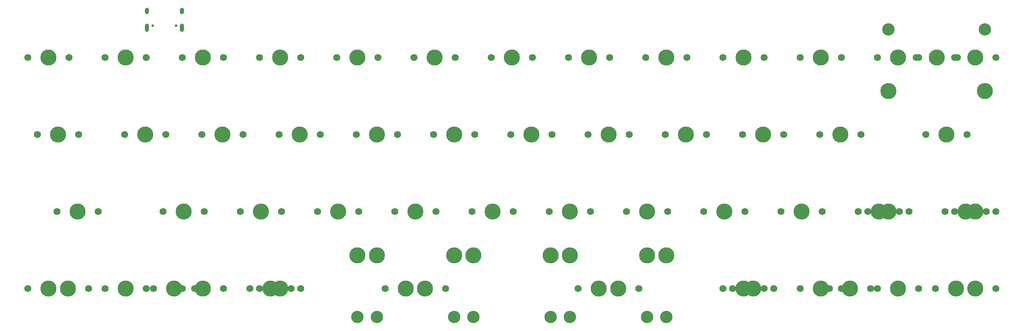
<source format=gbr>
%TF.GenerationSoftware,KiCad,Pcbnew,(5.1.10)-1*%
%TF.CreationDate,2021-09-13T19:26:31+02:00*%
%TF.ProjectId,vertex,76657274-6578-42e6-9b69-6361645f7063,rev?*%
%TF.SameCoordinates,Original*%
%TF.FileFunction,Soldermask,Top*%
%TF.FilePolarity,Negative*%
%FSLAX46Y46*%
G04 Gerber Fmt 4.6, Leading zero omitted, Abs format (unit mm)*
G04 Created by KiCad (PCBNEW (5.1.10)-1) date 2021-09-13 19:26:31*
%MOMM*%
%LPD*%
G01*
G04 APERTURE LIST*
%ADD10C,3.987800*%
%ADD11C,1.750000*%
%ADD12C,3.048000*%
%ADD13O,1.000000X2.100000*%
%ADD14C,0.650000*%
%ADD15O,1.000000X1.600000*%
G04 APERTURE END LIST*
D10*
%TO.C,MX60*%
X254793750Y-65881250D03*
D11*
X249713750Y-65881250D03*
X259873750Y-65881250D03*
D12*
X242887500Y-58896250D03*
X266700000Y-58896250D03*
D10*
X242887500Y-74136250D03*
X266700000Y-74136250D03*
%TD*%
%TO.C,MX67*%
X264318750Y-103981250D03*
D11*
X259238750Y-103981250D03*
X269398750Y-103981250D03*
%TD*%
D10*
%TO.C,MX66*%
X242887500Y-103981250D03*
D11*
X237807500Y-103981250D03*
X247967500Y-103981250D03*
%TD*%
D10*
%TO.C,MX55*%
X123825000Y-123031250D03*
D11*
X118745000Y-123031250D03*
X128905000Y-123031250D03*
D12*
X111918750Y-130016250D03*
X135731250Y-130016250D03*
D10*
X111918750Y-114776250D03*
X135731250Y-114776250D03*
%TD*%
%TO.C,MX54*%
X171450000Y-123031250D03*
D11*
X166370000Y-123031250D03*
X176530000Y-123031250D03*
D12*
X159543750Y-130016250D03*
X183356250Y-130016250D03*
D10*
X159543750Y-114776250D03*
X183356250Y-114776250D03*
%TD*%
%TO.C,MX53*%
X264318750Y-123031250D03*
D11*
X259238750Y-123031250D03*
X269398750Y-123031250D03*
%TD*%
D10*
%TO.C,MX52*%
X245268750Y-123031250D03*
D11*
X240188750Y-123031250D03*
X250348750Y-123031250D03*
%TD*%
D10*
%TO.C,MX51*%
X226218750Y-123031250D03*
D11*
X221138750Y-123031250D03*
X231298750Y-123031250D03*
%TD*%
D10*
%TO.C,MX50*%
X207168750Y-123031250D03*
D11*
X202088750Y-123031250D03*
X212248750Y-123031250D03*
%TD*%
D10*
%TO.C,MX49*%
X92868750Y-123031250D03*
D11*
X87788750Y-123031250D03*
X97948750Y-123031250D03*
%TD*%
D10*
%TO.C,MX48*%
X73818750Y-123031250D03*
D11*
X68738750Y-123031250D03*
X78898750Y-123031250D03*
%TD*%
D10*
%TO.C,MX47*%
X54768750Y-123031250D03*
D11*
X49688750Y-123031250D03*
X59848750Y-123031250D03*
%TD*%
D10*
%TO.C,MX46*%
X35718750Y-123031250D03*
D11*
X30638750Y-123031250D03*
X40798750Y-123031250D03*
%TD*%
D10*
%TO.C,MX23*%
X211931250Y-84931250D03*
D11*
X206851250Y-84931250D03*
X217011250Y-84931250D03*
%TD*%
D10*
%TO.C,MX45*%
X259556250Y-123031250D03*
D11*
X254476250Y-123031250D03*
X264636250Y-123031250D03*
%TD*%
D10*
%TO.C,MX44*%
X233362500Y-123031250D03*
D11*
X228282500Y-123031250D03*
X238442500Y-123031250D03*
%TD*%
D10*
%TO.C,MX43*%
X209550000Y-123031250D03*
D11*
X204470000Y-123031250D03*
X214630000Y-123031250D03*
%TD*%
D10*
%TO.C,MX42*%
X176212500Y-123031250D03*
D11*
X171132500Y-123031250D03*
X181292500Y-123031250D03*
D12*
X164306250Y-130016250D03*
X188118750Y-130016250D03*
D10*
X164306250Y-114776250D03*
X188118750Y-114776250D03*
%TD*%
%TO.C,MX41*%
X128587500Y-123031250D03*
D11*
X123507500Y-123031250D03*
X133667500Y-123031250D03*
D12*
X116681250Y-130016250D03*
X140493750Y-130016250D03*
D10*
X116681250Y-114776250D03*
X140493750Y-114776250D03*
%TD*%
%TO.C,MX40*%
X90487500Y-123031250D03*
D11*
X85407500Y-123031250D03*
X95567500Y-123031250D03*
%TD*%
D10*
%TO.C,MX39*%
X66675000Y-123031250D03*
D11*
X61595000Y-123031250D03*
X71755000Y-123031250D03*
%TD*%
D10*
%TO.C,MX38*%
X40481250Y-123031250D03*
D11*
X35401250Y-123031250D03*
X45561250Y-123031250D03*
%TD*%
D10*
%TO.C,MX37*%
X261937500Y-103981250D03*
D11*
X256857500Y-103981250D03*
X267017500Y-103981250D03*
%TD*%
D10*
%TO.C,MX26*%
X42862500Y-103981250D03*
D11*
X37782500Y-103981250D03*
X47942500Y-103981250D03*
%TD*%
D10*
%TO.C,MX25*%
X257175000Y-84931250D03*
D11*
X252095000Y-84931250D03*
X262255000Y-84931250D03*
%TD*%
D10*
%TO.C,MX14*%
X38100000Y-84931250D03*
D11*
X33020000Y-84931250D03*
X43180000Y-84931250D03*
%TD*%
D10*
%TO.C,MX35*%
X221456250Y-103981250D03*
D11*
X216376250Y-103981250D03*
X226536250Y-103981250D03*
%TD*%
D10*
%TO.C,MX13*%
X264318750Y-65881250D03*
D11*
X259238750Y-65881250D03*
X269398750Y-65881250D03*
%TD*%
D10*
%TO.C,MX12*%
X245268750Y-65881250D03*
D11*
X240188750Y-65881250D03*
X250348750Y-65881250D03*
%TD*%
D10*
%TO.C,MX10*%
X207168750Y-65881250D03*
D11*
X202088750Y-65881250D03*
X212248750Y-65881250D03*
%TD*%
D13*
%TO.C,USB1*%
X68632800Y-58502000D03*
X59992800Y-58502000D03*
D14*
X61422800Y-57972000D03*
D15*
X59992800Y-54322000D03*
D14*
X67202800Y-57972000D03*
D15*
X68632800Y-54322000D03*
%TD*%
D10*
%TO.C,MX36*%
X240506250Y-103981250D03*
D11*
X235426250Y-103981250D03*
X245586250Y-103981250D03*
%TD*%
D10*
%TO.C,MX34*%
X202406250Y-103981250D03*
D11*
X197326250Y-103981250D03*
X207486250Y-103981250D03*
%TD*%
D10*
%TO.C,MX33*%
X183356250Y-103981250D03*
D11*
X178276250Y-103981250D03*
X188436250Y-103981250D03*
%TD*%
D10*
%TO.C,MX32*%
X164306250Y-103981250D03*
D11*
X159226250Y-103981250D03*
X169386250Y-103981250D03*
%TD*%
D10*
%TO.C,MX31*%
X145256250Y-103981250D03*
D11*
X140176250Y-103981250D03*
X150336250Y-103981250D03*
%TD*%
D10*
%TO.C,MX30*%
X126206250Y-103981250D03*
D11*
X121126250Y-103981250D03*
X131286250Y-103981250D03*
%TD*%
D10*
%TO.C,MX29*%
X107156250Y-103981250D03*
D11*
X102076250Y-103981250D03*
X112236250Y-103981250D03*
%TD*%
D10*
%TO.C,MX28*%
X88106250Y-103981250D03*
D11*
X83026250Y-103981250D03*
X93186250Y-103981250D03*
%TD*%
D10*
%TO.C,MX27*%
X69056250Y-103981250D03*
D11*
X63976250Y-103981250D03*
X74136250Y-103981250D03*
%TD*%
D10*
%TO.C,MX24*%
X230981250Y-84931250D03*
D11*
X225901250Y-84931250D03*
X236061250Y-84931250D03*
%TD*%
D10*
%TO.C,MX22*%
X192881250Y-84931250D03*
D11*
X187801250Y-84931250D03*
X197961250Y-84931250D03*
%TD*%
D10*
%TO.C,MX21*%
X173831250Y-84931250D03*
D11*
X168751250Y-84931250D03*
X178911250Y-84931250D03*
%TD*%
D10*
%TO.C,MX20*%
X154781250Y-84931250D03*
D11*
X149701250Y-84931250D03*
X159861250Y-84931250D03*
%TD*%
D10*
%TO.C,MX19*%
X135731250Y-84931250D03*
D11*
X130651250Y-84931250D03*
X140811250Y-84931250D03*
%TD*%
D10*
%TO.C,MX18*%
X116681250Y-84931250D03*
D11*
X111601250Y-84931250D03*
X121761250Y-84931250D03*
%TD*%
D10*
%TO.C,MX17*%
X97631250Y-84931250D03*
D11*
X92551250Y-84931250D03*
X102711250Y-84931250D03*
%TD*%
D10*
%TO.C,MX16*%
X78581250Y-84931250D03*
D11*
X73501250Y-84931250D03*
X83661250Y-84931250D03*
%TD*%
D10*
%TO.C,MX15*%
X59531250Y-84931250D03*
D11*
X54451250Y-84931250D03*
X64611250Y-84931250D03*
%TD*%
D10*
%TO.C,MX11*%
X226218750Y-65881250D03*
D11*
X221138750Y-65881250D03*
X231298750Y-65881250D03*
%TD*%
D10*
%TO.C,MX9*%
X188118750Y-65881250D03*
D11*
X183038750Y-65881250D03*
X193198750Y-65881250D03*
%TD*%
D10*
%TO.C,MX8*%
X169068750Y-65881250D03*
D11*
X163988750Y-65881250D03*
X174148750Y-65881250D03*
%TD*%
D10*
%TO.C,MX7*%
X150018750Y-65881250D03*
D11*
X144938750Y-65881250D03*
X155098750Y-65881250D03*
%TD*%
D10*
%TO.C,MX6*%
X130968750Y-65881250D03*
D11*
X125888750Y-65881250D03*
X136048750Y-65881250D03*
%TD*%
D10*
%TO.C,MX5*%
X111918750Y-65881250D03*
D11*
X106838750Y-65881250D03*
X116998750Y-65881250D03*
%TD*%
D10*
%TO.C,MX4*%
X92868750Y-65881250D03*
D11*
X87788750Y-65881250D03*
X97948750Y-65881250D03*
%TD*%
D10*
%TO.C,MX3*%
X73818750Y-65881250D03*
D11*
X68738750Y-65881250D03*
X78898750Y-65881250D03*
%TD*%
D10*
%TO.C,MX2*%
X54768750Y-65881250D03*
D11*
X49688750Y-65881250D03*
X59848750Y-65881250D03*
%TD*%
D10*
%TO.C,MX1*%
X35718750Y-65881250D03*
D11*
X30638750Y-65881250D03*
X40798750Y-65881250D03*
%TD*%
M02*

</source>
